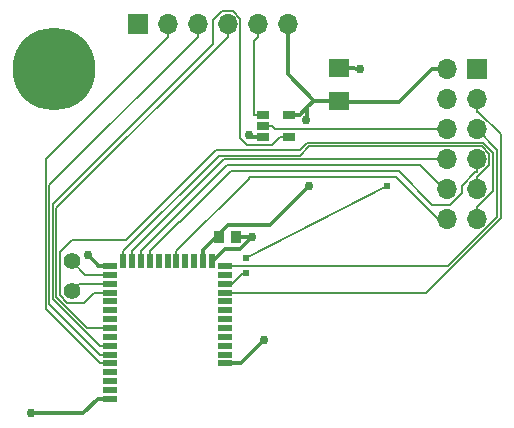
<source format=gbr>
G04 #@! TF.FileFunction,Copper,L1,Top,Signal*
%FSLAX46Y46*%
G04 Gerber Fmt 4.6, Leading zero omitted, Abs format (unit mm)*
G04 Created by KiCad (PCBNEW 4.0.5) date 04/03/17 14:37:35*
%MOMM*%
%LPD*%
G01*
G04 APERTURE LIST*
%ADD10C,0.100000*%
%ADD11R,1.200000X0.500000*%
%ADD12R,0.500000X1.200000*%
%ADD13R,0.899200X1.000800*%
%ADD14R,1.803400X1.600200*%
%ADD15C,7.000000*%
%ADD16R,1.060000X0.650000*%
%ADD17R,1.700000X1.700000*%
%ADD18O,1.700000X1.700000*%
%ADD19C,1.400000*%
%ADD20C,0.762000*%
%ADD21C,0.609600*%
%ADD22C,0.304800*%
%ADD23C,0.152400*%
G04 APERTURE END LIST*
D10*
D11*
X163502000Y-133324000D03*
X163502000Y-132574000D03*
X163502000Y-131074000D03*
X163502000Y-131824000D03*
X163502000Y-128074000D03*
X163502000Y-128824000D03*
X163502000Y-130324000D03*
X163502000Y-129574000D03*
X163502000Y-122074000D03*
X163502000Y-122824000D03*
X163502000Y-124324000D03*
X163502000Y-123574000D03*
X163502000Y-127324000D03*
X163502000Y-126574000D03*
X163502000Y-125074000D03*
X163502000Y-125824000D03*
X173302000Y-128074000D03*
X173302000Y-128824000D03*
X173302000Y-122074000D03*
X173302000Y-122824000D03*
X173302000Y-124324000D03*
X173302000Y-123574000D03*
X173302000Y-127324000D03*
X173302000Y-126574000D03*
X173302000Y-125074000D03*
X173302000Y-125824000D03*
X173302000Y-129574000D03*
X173302000Y-130324000D03*
D12*
X170652000Y-121624000D03*
X171402000Y-121624000D03*
X164652000Y-121624000D03*
X165402000Y-121624000D03*
X166902000Y-121624000D03*
X166152000Y-121624000D03*
X169902000Y-121624000D03*
X169152000Y-121624000D03*
X167652000Y-121624000D03*
X168402000Y-121624000D03*
X172152000Y-121624000D03*
D13*
X172730200Y-119634000D03*
X174233800Y-119634000D03*
D14*
X182880000Y-108077000D03*
X182880000Y-105283000D03*
D15*
X158750000Y-105410000D03*
D16*
X176446000Y-109286000D03*
X176446000Y-110236000D03*
X176446000Y-111186000D03*
X178646000Y-111186000D03*
X178646000Y-109286000D03*
D17*
X165862000Y-101600000D03*
D18*
X168402000Y-101600000D03*
X170942000Y-101600000D03*
X173482000Y-101600000D03*
X176022000Y-101600000D03*
X178562000Y-101600000D03*
D19*
X160274000Y-121666000D03*
X160274000Y-124206000D03*
D17*
X194564000Y-105410000D03*
D18*
X192024000Y-105410000D03*
X194564000Y-107950000D03*
X192024000Y-107950000D03*
X194564000Y-110490000D03*
X192024000Y-110490000D03*
X194564000Y-113030000D03*
X192024000Y-113030000D03*
X194564000Y-115570000D03*
X192024000Y-115570000D03*
X194564000Y-118110000D03*
X192024000Y-118110000D03*
D20*
X184658000Y-105410000D03*
X175514000Y-119634000D03*
X175277300Y-110954000D03*
X176564600Y-128368600D03*
X156843900Y-134547800D03*
X161640000Y-121135200D03*
D21*
X186944000Y-115316000D03*
X175006000Y-121412000D03*
X175006000Y-122682000D03*
D20*
X180340000Y-115316000D03*
X180086000Y-109728000D03*
D22*
X172152000Y-121624000D02*
X172254000Y-121624000D01*
X172254000Y-121624000D02*
X173228000Y-120650000D01*
X173228000Y-120650000D02*
X174498000Y-120650000D01*
X174498000Y-120650000D02*
X175514000Y-119634000D01*
X184658000Y-105410000D02*
X184315400Y-105410000D01*
X184188400Y-105283000D02*
X182880000Y-105283000D01*
X184198600Y-105293200D02*
X184188400Y-105283000D01*
X184315400Y-105410000D02*
X184198600Y-105293200D01*
X174233800Y-119634000D02*
X175514000Y-119634000D01*
X176446000Y-111186000D02*
X175509300Y-111186000D01*
X175277300Y-110954000D02*
X175509300Y-111186000D01*
X174609200Y-130324000D02*
X173302000Y-130324000D01*
X176564600Y-128368600D02*
X174609200Y-130324000D01*
X163502000Y-133324000D02*
X162495300Y-133324000D01*
X161271500Y-134547800D02*
X162495300Y-133324000D01*
X156843900Y-134547800D02*
X161271500Y-134547800D01*
X162495300Y-121990500D02*
X162495300Y-122074000D01*
X161640000Y-121135200D02*
X162495300Y-121990500D01*
X163502000Y-122074000D02*
X162495300Y-122074000D01*
D23*
X194675800Y-114491100D02*
X194564000Y-114491100D01*
X195643000Y-113523900D02*
X194675800Y-114491100D01*
X195643000Y-112580000D02*
X195643000Y-113523900D01*
X195007600Y-111944600D02*
X195643000Y-112580000D01*
X180409400Y-111944600D02*
X195007600Y-111944600D01*
X179629200Y-112724800D02*
X180409400Y-111944600D01*
X172722300Y-112724800D02*
X179629200Y-112724800D01*
X164652000Y-120795100D02*
X172722300Y-112724800D01*
X164652000Y-121624000D02*
X164652000Y-120795100D01*
X194564000Y-115570000D02*
X194564000Y-114491100D01*
X196299600Y-112225600D02*
X194564000Y-110490000D01*
X196299600Y-117908000D02*
X196299600Y-112225600D01*
X192133600Y-122074000D02*
X196299600Y-117908000D01*
X174130900Y-122074000D02*
X192133600Y-122074000D01*
X173302000Y-122074000D02*
X174130900Y-122074000D01*
X177458900Y-110490000D02*
X177204900Y-110236000D01*
X192024000Y-110490000D02*
X177458900Y-110490000D01*
X176446000Y-110236000D02*
X177204900Y-110236000D01*
X192278000Y-116890700D02*
X190804700Y-116890700D01*
X170942000Y-116840000D02*
X169418000Y-118364000D01*
X173736000Y-114046000D02*
X170942000Y-116840000D01*
X187960000Y-114046000D02*
X173736000Y-114046000D01*
X190804700Y-116890700D02*
X187960000Y-114046000D01*
X194564000Y-113030000D02*
X194564000Y-114108900D01*
X192328700Y-116840000D02*
X192278000Y-116890700D01*
X192278000Y-116890700D02*
X193294000Y-115874700D01*
X193294000Y-115874700D02*
X193294000Y-115267100D01*
X193294000Y-115267100D02*
X194452200Y-114108900D01*
X194452200Y-114108900D02*
X194564000Y-114108900D01*
X169418000Y-118364000D02*
X169418000Y-118279100D01*
X166902000Y-121624000D02*
X166902000Y-120795100D01*
X166902000Y-120795100D02*
X169418000Y-118279100D01*
X169333100Y-118364000D02*
X169418000Y-118364000D01*
X169418000Y-118364000D02*
X169333100Y-118364000D01*
X173167100Y-113030000D02*
X192024000Y-113030000D01*
X165402000Y-120795100D02*
X173167100Y-113030000D01*
X165402000Y-121624000D02*
X165402000Y-120795100D01*
X173482000Y-113538000D02*
X173409100Y-113538000D01*
X189738000Y-113538000D02*
X173482000Y-113538000D01*
X191770000Y-115570000D02*
X189738000Y-113538000D01*
X173409100Y-113538000D02*
X166152000Y-120795100D01*
X166152000Y-120795100D02*
X166152000Y-120868000D01*
X166116000Y-120904000D02*
X166152000Y-120904000D01*
X166152000Y-120868000D02*
X166116000Y-120904000D01*
X192024000Y-115570000D02*
X191770000Y-115570000D01*
X166152000Y-121624000D02*
X166152000Y-120904000D01*
X166152000Y-120904000D02*
X166152000Y-120795100D01*
X175006000Y-122682000D02*
X174752000Y-122682000D01*
X186944000Y-115316000D02*
X175006000Y-121412000D01*
X174752000Y-122682000D02*
X173860000Y-123574000D01*
X173860000Y-123574000D02*
X173302000Y-123574000D01*
X175260000Y-114554000D02*
X175260000Y-114687100D01*
X169152000Y-121624000D02*
X169152000Y-120795100D01*
X187706000Y-114554000D02*
X175260000Y-114554000D01*
X187706000Y-114554000D02*
X191262000Y-118110000D01*
X175260000Y-114687100D02*
X169152000Y-120795100D01*
X192024000Y-118110000D02*
X191262000Y-118110000D01*
X159298600Y-121412000D02*
X159298600Y-120863400D01*
X164846000Y-119888000D02*
X172495300Y-112238700D01*
X160274000Y-119888000D02*
X164846000Y-119888000D01*
X159298600Y-120863400D02*
X160274000Y-119888000D01*
X194564000Y-118110000D02*
X194564000Y-117031100D01*
X179607300Y-112238700D02*
X172495300Y-112238700D01*
X180206600Y-111639400D02*
X179607300Y-112238700D01*
X195134100Y-111639400D02*
X180206600Y-111639400D01*
X195994500Y-112499800D02*
X195134100Y-111639400D01*
X195994500Y-115712400D02*
X195994500Y-112499800D01*
X194675800Y-117031100D02*
X195994500Y-115712400D01*
X194564000Y-117031100D02*
X194675800Y-117031100D01*
X162142200Y-124324000D02*
X163502000Y-124324000D01*
X161297600Y-125168600D02*
X162142200Y-124324000D01*
X159897700Y-125168600D02*
X161297600Y-125168600D01*
X159298600Y-124569500D02*
X159897700Y-125168600D01*
X159298600Y-121303800D02*
X159298600Y-121412000D01*
X159298600Y-121412000D02*
X159298600Y-124569500D01*
D22*
X183007000Y-108204000D02*
X184658000Y-108204000D01*
X184658000Y-108204000D02*
X187973300Y-108204000D01*
X187973300Y-108204000D02*
X190767300Y-105410000D01*
X190767300Y-105410000D02*
X192024000Y-105410000D01*
X183007000Y-108204000D02*
X182880000Y-108077000D01*
X172730200Y-119634000D02*
X172730200Y-119369800D01*
X172730200Y-119369800D02*
X172974000Y-119126000D01*
X180248350Y-108620350D02*
X180248350Y-109636350D01*
X171402000Y-120698000D02*
X171402000Y-121624000D01*
X173482000Y-118618000D02*
X172974000Y-119126000D01*
X172974000Y-119126000D02*
X171402000Y-120698000D01*
X177038000Y-118618000D02*
X173482000Y-118618000D01*
X180340000Y-115316000D02*
X177038000Y-118618000D01*
X180156700Y-109728000D02*
X180086000Y-109728000D01*
X180248350Y-109636350D02*
X180156700Y-109728000D01*
X178646000Y-109286000D02*
X179582700Y-109286000D01*
X178562000Y-105847300D02*
X180791700Y-108077000D01*
X178562000Y-101600000D02*
X178562000Y-105847300D01*
X180791700Y-108077000D02*
X180248350Y-108620350D01*
X180248350Y-108620350D02*
X179582700Y-109286000D01*
X180791700Y-108077000D02*
X182880000Y-108077000D01*
D23*
X194564000Y-107950000D02*
X194564000Y-109028900D01*
X194695500Y-109028900D02*
X194564000Y-109028900D01*
X196604700Y-110938100D02*
X194695500Y-109028900D01*
X196604700Y-118034500D02*
X196604700Y-110938100D01*
X190315200Y-124324000D02*
X196604700Y-118034500D01*
X173302000Y-124324000D02*
X190315200Y-124324000D01*
X161432000Y-122824000D02*
X163502000Y-122824000D01*
X160274000Y-121666000D02*
X161432000Y-122824000D01*
X160906000Y-123574000D02*
X163502000Y-123574000D01*
X160274000Y-124206000D02*
X160906000Y-123574000D01*
X163502000Y-130324000D02*
X162673100Y-130324000D01*
X168402000Y-101600000D02*
X168402000Y-102678900D01*
X158075700Y-125726600D02*
X162673100Y-130324000D01*
X158075700Y-113005200D02*
X158075700Y-125726600D01*
X168402000Y-102678900D02*
X158075700Y-113005200D01*
X163502000Y-129574000D02*
X162673100Y-129574000D01*
X170942000Y-101600000D02*
X170942000Y-102678900D01*
X158380900Y-125281800D02*
X162673100Y-129574000D01*
X158380900Y-115240000D02*
X158380900Y-125281800D01*
X170942000Y-102678900D02*
X158380900Y-115240000D01*
X173482000Y-101600000D02*
X173482000Y-102678900D01*
X161621400Y-127324000D02*
X163502000Y-127324000D01*
X158993400Y-124696000D02*
X161621400Y-127324000D01*
X158993400Y-117167500D02*
X158993400Y-124696000D01*
X173482000Y-102678900D02*
X158993400Y-117167500D01*
X175687100Y-103013800D02*
X175687100Y-109286000D01*
X176022000Y-102678900D02*
X175687100Y-103013800D01*
X176022000Y-101600000D02*
X176022000Y-102678900D01*
X176446000Y-109286000D02*
X175687100Y-109286000D01*
X163502000Y-128824000D02*
X162673100Y-128824000D01*
X178646000Y-111186000D02*
X177887100Y-111186000D01*
X158686000Y-124836900D02*
X162673100Y-128824000D01*
X158686000Y-116808400D02*
X158686000Y-124836900D01*
X172212000Y-103282400D02*
X158686000Y-116808400D01*
X172212000Y-101274000D02*
X172212000Y-103282400D01*
X173010300Y-100475700D02*
X172212000Y-101274000D01*
X173913300Y-100475700D02*
X173010300Y-100475700D01*
X174563600Y-101126000D02*
X173913300Y-100475700D01*
X174563600Y-111253600D02*
X174563600Y-101126000D01*
X175151600Y-111841600D02*
X174563600Y-111253600D01*
X177231500Y-111841600D02*
X175151600Y-111841600D01*
X177887100Y-111186000D02*
X177231500Y-111841600D01*
M02*

</source>
